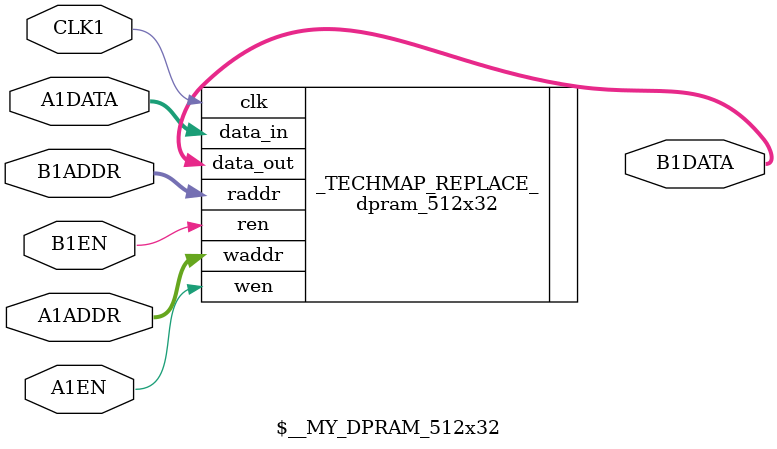
<source format=v>
module $__MY_DPRAM_512x32 (
  output [0:31] B1DATA,
  input CLK1,
  input [0:8] B1ADDR,
  input [0:8] A1ADDR,
  input [0:31] A1DATA,
  input A1EN,
  input B1EN );

  generate
    dpram_512x32 #() _TECHMAP_REPLACE_ (
      .clk    (CLK1),
      .wen    (A1EN),
      .waddr    (A1ADDR),
      .data_in    (A1DATA),
      .ren    (B1EN),
      .raddr    (B1ADDR),
      .data_out    (B1DATA) );
  endgenerate

endmodule

</source>
